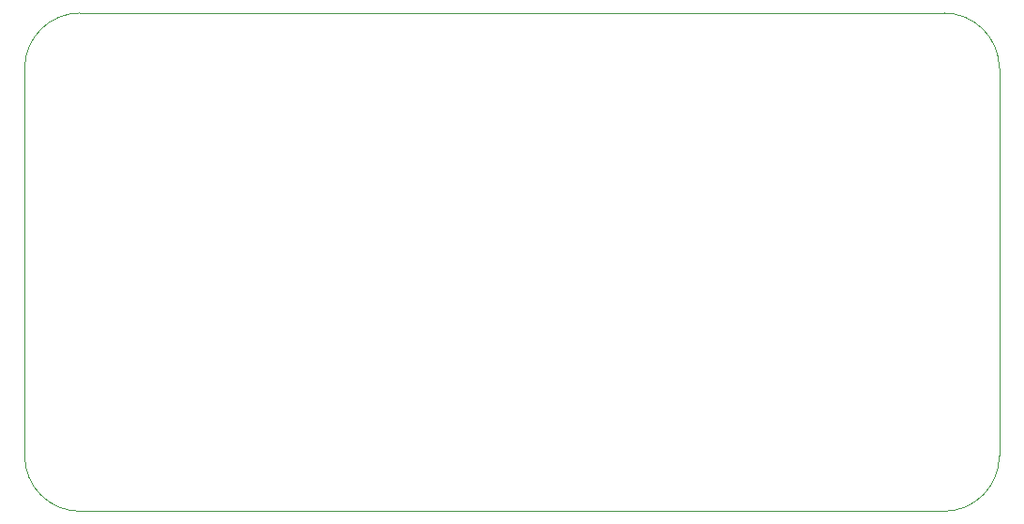
<source format=gbr>
%TF.GenerationSoftware,KiCad,Pcbnew,9.0.0*%
%TF.CreationDate,2025-04-07T00:55:53-07:00*%
%TF.ProjectId,Motor_reroute,4d6f746f-725f-4726-9572-6f7574652e6b,rev?*%
%TF.SameCoordinates,Original*%
%TF.FileFunction,Profile,NP*%
%FSLAX46Y46*%
G04 Gerber Fmt 4.6, Leading zero omitted, Abs format (unit mm)*
G04 Created by KiCad (PCBNEW 9.0.0) date 2025-04-07 00:55:53*
%MOMM*%
%LPD*%
G01*
G04 APERTURE LIST*
%TA.AperFunction,Profile*%
%ADD10C,0.050000*%
%TD*%
G04 APERTURE END LIST*
D10*
X32000000Y-74000000D02*
X32000000Y-39000000D01*
X32000000Y-39000000D02*
G75*
G02*
X37000000Y-34000000I5000000J0D01*
G01*
X37000000Y-79000000D02*
X115000000Y-79000000D01*
X120000000Y-39000000D02*
X120000000Y-74000000D01*
X37000000Y-79000000D02*
G75*
G02*
X32000000Y-74000000I0J5000000D01*
G01*
X115000000Y-34000000D02*
G75*
G02*
X120000000Y-39000000I0J-5000000D01*
G01*
X120000000Y-74000000D02*
G75*
G02*
X115000000Y-79000000I-5000000J0D01*
G01*
X37000000Y-34000000D02*
X115000000Y-34000000D01*
M02*

</source>
